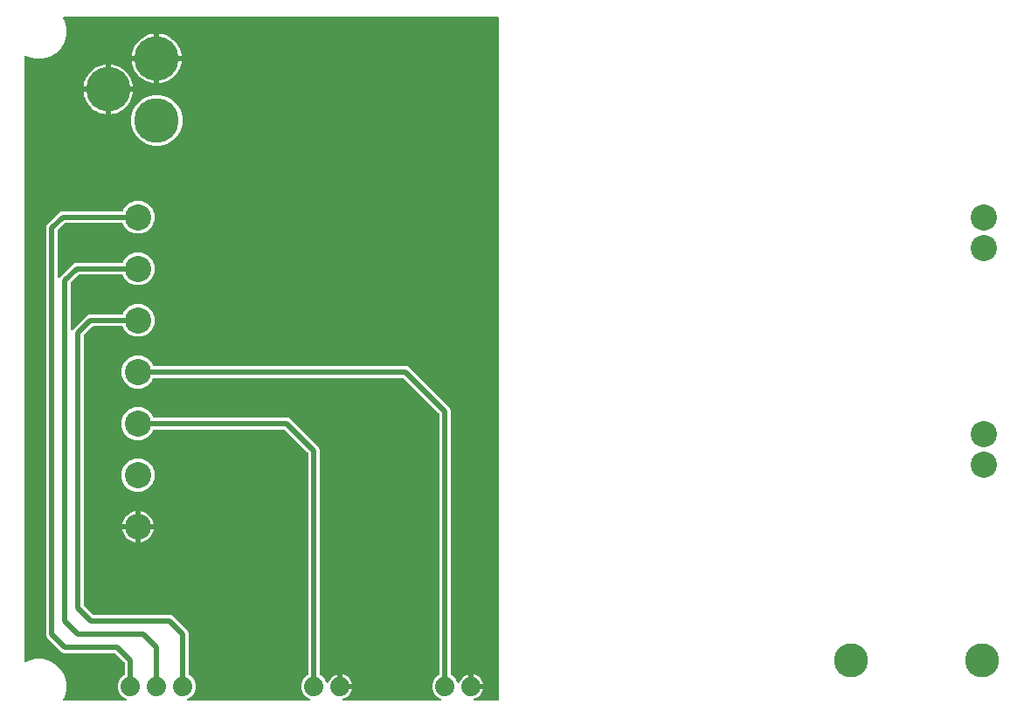
<source format=gtl>
G04 EAGLE Gerber RS-274X export*
G75*
%MOMM*%
%FSLAX34Y34*%
%LPD*%
%INTop Copper*%
%IPPOS*%
%AMOC8*
5,1,8,0,0,1.08239X$1,22.5*%
G01*
%ADD10C,2.540000*%
%ADD11C,4.318000*%
%ADD12C,1.879600*%
%ADD13C,3.302000*%
%ADD14C,0.508000*%

G36*
X109188Y11439D02*
X109188Y11439D01*
X109258Y11438D01*
X109345Y11459D01*
X109435Y11471D01*
X109499Y11496D01*
X109567Y11513D01*
X109647Y11555D01*
X109730Y11588D01*
X109787Y11629D01*
X109848Y11661D01*
X109915Y11722D01*
X109988Y11774D01*
X110032Y11828D01*
X110084Y11875D01*
X110133Y11950D01*
X110190Y12019D01*
X110220Y12083D01*
X110258Y12141D01*
X110288Y12226D01*
X110326Y12307D01*
X110339Y12376D01*
X110362Y12442D01*
X110369Y12531D01*
X110386Y12619D01*
X110381Y12689D01*
X110387Y12759D01*
X110371Y12847D01*
X110366Y12937D01*
X110344Y13003D01*
X110332Y13072D01*
X110296Y13154D01*
X110268Y13239D01*
X110231Y13298D01*
X110202Y13362D01*
X110146Y13432D01*
X110098Y13508D01*
X110047Y13556D01*
X110003Y13610D01*
X109932Y13665D01*
X109866Y13726D01*
X109805Y13760D01*
X109749Y13802D01*
X109605Y13873D01*
X107250Y14848D01*
X103748Y18350D01*
X101853Y22924D01*
X101853Y27876D01*
X103748Y32450D01*
X107250Y35952D01*
X107928Y36233D01*
X107953Y36247D01*
X107981Y36257D01*
X108091Y36326D01*
X108204Y36390D01*
X108225Y36411D01*
X108250Y36427D01*
X108339Y36521D01*
X108432Y36612D01*
X108448Y36637D01*
X108468Y36658D01*
X108531Y36772D01*
X108599Y36883D01*
X108607Y36911D01*
X108622Y36937D01*
X108654Y37063D01*
X108692Y37187D01*
X108694Y37216D01*
X108701Y37245D01*
X108711Y37405D01*
X108711Y47959D01*
X108699Y48058D01*
X108696Y48157D01*
X108679Y48215D01*
X108671Y48275D01*
X108635Y48367D01*
X108607Y48462D01*
X108577Y48514D01*
X108554Y48571D01*
X108496Y48651D01*
X108446Y48736D01*
X108380Y48811D01*
X108368Y48828D01*
X108358Y48836D01*
X108340Y48857D01*
X99657Y57540D01*
X99579Y57600D01*
X99506Y57668D01*
X99453Y57697D01*
X99406Y57734D01*
X99315Y57774D01*
X99228Y57822D01*
X99169Y57837D01*
X99114Y57861D01*
X99016Y57876D01*
X98920Y57901D01*
X98820Y57907D01*
X98800Y57911D01*
X98787Y57909D01*
X98759Y57911D01*
X49688Y57911D01*
X47634Y58762D01*
X33362Y73034D01*
X32511Y75088D01*
X32511Y471012D01*
X33362Y473066D01*
X45234Y484938D01*
X47288Y485789D01*
X105921Y485789D01*
X105950Y485792D01*
X105979Y485790D01*
X106107Y485812D01*
X106236Y485829D01*
X106263Y485839D01*
X106293Y485844D01*
X106411Y485898D01*
X106532Y485946D01*
X106556Y485963D01*
X106583Y485975D01*
X106684Y486056D01*
X106789Y486132D01*
X106808Y486155D01*
X106831Y486174D01*
X106909Y486277D01*
X106992Y486377D01*
X107005Y486404D01*
X107022Y486428D01*
X107093Y486572D01*
X108149Y489121D01*
X112579Y493551D01*
X118367Y495949D01*
X124633Y495949D01*
X130421Y493551D01*
X134851Y489121D01*
X137249Y483333D01*
X137249Y477067D01*
X134851Y471279D01*
X130421Y466849D01*
X124633Y464451D01*
X118367Y464451D01*
X112579Y466849D01*
X108149Y471279D01*
X107093Y473828D01*
X107079Y473853D01*
X107069Y473881D01*
X107000Y473991D01*
X106936Y474104D01*
X106915Y474125D01*
X106899Y474150D01*
X106805Y474239D01*
X106714Y474332D01*
X106689Y474348D01*
X106668Y474368D01*
X106554Y474431D01*
X106443Y474499D01*
X106415Y474507D01*
X106389Y474522D01*
X106263Y474554D01*
X106139Y474592D01*
X106110Y474594D01*
X106081Y474601D01*
X105921Y474611D01*
X51241Y474611D01*
X51142Y474599D01*
X51043Y474596D01*
X50985Y474579D01*
X50925Y474571D01*
X50833Y474535D01*
X50738Y474507D01*
X50686Y474477D01*
X50629Y474454D01*
X50549Y474396D01*
X50464Y474346D01*
X50389Y474280D01*
X50372Y474268D01*
X50364Y474258D01*
X50343Y474240D01*
X44060Y467957D01*
X44000Y467879D01*
X43932Y467806D01*
X43903Y467753D01*
X43866Y467706D01*
X43826Y467615D01*
X43778Y467528D01*
X43763Y467469D01*
X43739Y467414D01*
X43724Y467316D01*
X43699Y467220D01*
X43693Y467120D01*
X43689Y467100D01*
X43691Y467087D01*
X43689Y467059D01*
X43689Y422917D01*
X43698Y422847D01*
X43696Y422777D01*
X43717Y422690D01*
X43729Y422601D01*
X43754Y422536D01*
X43771Y422468D01*
X43813Y422389D01*
X43846Y422306D01*
X43887Y422249D01*
X43920Y422187D01*
X43980Y422121D01*
X44032Y422048D01*
X44086Y422004D01*
X44134Y421952D01*
X44208Y421903D01*
X44277Y421845D01*
X44341Y421816D01*
X44399Y421777D01*
X44484Y421748D01*
X44565Y421710D01*
X44634Y421697D01*
X44700Y421674D01*
X44790Y421667D01*
X44877Y421650D01*
X44947Y421654D01*
X45017Y421649D01*
X45106Y421664D01*
X45195Y421670D01*
X45261Y421691D01*
X45331Y421703D01*
X45412Y421740D01*
X45497Y421768D01*
X45557Y421805D01*
X45620Y421834D01*
X45690Y421890D01*
X45766Y421938D01*
X45814Y421989D01*
X45869Y422033D01*
X45923Y422104D01*
X45984Y422170D01*
X46006Y422210D01*
X58734Y434938D01*
X60788Y435789D01*
X105921Y435789D01*
X105950Y435792D01*
X105979Y435790D01*
X106107Y435812D01*
X106236Y435829D01*
X106263Y435839D01*
X106293Y435844D01*
X106411Y435898D01*
X106532Y435946D01*
X106556Y435963D01*
X106583Y435975D01*
X106684Y436056D01*
X106789Y436132D01*
X106808Y436155D01*
X106831Y436174D01*
X106909Y436277D01*
X106992Y436377D01*
X107005Y436404D01*
X107022Y436428D01*
X107093Y436572D01*
X108149Y439121D01*
X112579Y443551D01*
X118367Y445949D01*
X124633Y445949D01*
X130421Y443551D01*
X134851Y439121D01*
X137249Y433333D01*
X137249Y427067D01*
X134851Y421279D01*
X130421Y416849D01*
X124633Y414451D01*
X118367Y414451D01*
X112579Y416849D01*
X108149Y421279D01*
X107093Y423828D01*
X107079Y423853D01*
X107069Y423881D01*
X107000Y423991D01*
X106936Y424104D01*
X106915Y424125D01*
X106899Y424150D01*
X106805Y424239D01*
X106714Y424332D01*
X106689Y424348D01*
X106668Y424368D01*
X106554Y424431D01*
X106443Y424499D01*
X106415Y424507D01*
X106389Y424522D01*
X106263Y424554D01*
X106139Y424592D01*
X106110Y424594D01*
X106081Y424601D01*
X105921Y424611D01*
X64741Y424611D01*
X64642Y424599D01*
X64543Y424596D01*
X64485Y424579D01*
X64425Y424571D01*
X64333Y424535D01*
X64238Y424507D01*
X64186Y424477D01*
X64129Y424454D01*
X64049Y424396D01*
X63964Y424346D01*
X63889Y424280D01*
X63872Y424268D01*
X63864Y424258D01*
X63843Y424240D01*
X56760Y417157D01*
X56700Y417079D01*
X56632Y417006D01*
X56603Y416953D01*
X56566Y416906D01*
X56526Y416815D01*
X56478Y416728D01*
X56463Y416669D01*
X56439Y416614D01*
X56424Y416516D01*
X56399Y416420D01*
X56393Y416320D01*
X56389Y416300D01*
X56391Y416287D01*
X56389Y416259D01*
X56389Y372117D01*
X56398Y372047D01*
X56396Y371978D01*
X56417Y371890D01*
X56429Y371801D01*
X56454Y371736D01*
X56471Y371668D01*
X56513Y371589D01*
X56546Y371506D01*
X56587Y371449D01*
X56619Y371387D01*
X56680Y371321D01*
X56732Y371248D01*
X56786Y371204D01*
X56833Y371152D01*
X56908Y371103D01*
X56977Y371045D01*
X57041Y371016D01*
X57099Y370977D01*
X57184Y370948D01*
X57265Y370910D01*
X57334Y370897D01*
X57400Y370874D01*
X57489Y370867D01*
X57577Y370850D01*
X57647Y370855D01*
X57717Y370849D01*
X57805Y370864D01*
X57895Y370870D01*
X57961Y370891D01*
X58030Y370903D01*
X58112Y370940D01*
X58197Y370968D01*
X58256Y371005D01*
X58320Y371034D01*
X58390Y371090D01*
X58466Y371138D01*
X58514Y371189D01*
X58569Y371233D01*
X58623Y371304D01*
X58684Y371370D01*
X58706Y371410D01*
X72234Y384938D01*
X74288Y385789D01*
X105921Y385789D01*
X105950Y385792D01*
X105979Y385790D01*
X106107Y385812D01*
X106236Y385829D01*
X106263Y385839D01*
X106293Y385844D01*
X106411Y385898D01*
X106532Y385946D01*
X106556Y385963D01*
X106583Y385975D01*
X106684Y386056D01*
X106789Y386132D01*
X106808Y386155D01*
X106831Y386174D01*
X106909Y386277D01*
X106992Y386377D01*
X107005Y386404D01*
X107022Y386428D01*
X107093Y386572D01*
X108149Y389121D01*
X112579Y393551D01*
X118367Y395949D01*
X124633Y395949D01*
X130421Y393551D01*
X134851Y389121D01*
X137249Y383333D01*
X137249Y377067D01*
X134851Y371279D01*
X130421Y366849D01*
X124633Y364451D01*
X118367Y364451D01*
X112579Y366849D01*
X108149Y371279D01*
X107093Y373828D01*
X107079Y373853D01*
X107069Y373881D01*
X107000Y373991D01*
X106936Y374104D01*
X106915Y374125D01*
X106899Y374150D01*
X106805Y374239D01*
X106714Y374332D01*
X106689Y374348D01*
X106668Y374368D01*
X106554Y374431D01*
X106443Y374499D01*
X106415Y374507D01*
X106389Y374522D01*
X106263Y374554D01*
X106139Y374592D01*
X106110Y374594D01*
X106081Y374601D01*
X105921Y374611D01*
X78241Y374611D01*
X78142Y374599D01*
X78043Y374596D01*
X77985Y374579D01*
X77925Y374571D01*
X77833Y374535D01*
X77738Y374507D01*
X77686Y374477D01*
X77629Y374454D01*
X77549Y374396D01*
X77464Y374346D01*
X77389Y374280D01*
X77372Y374268D01*
X77364Y374258D01*
X77343Y374240D01*
X69460Y366357D01*
X69400Y366279D01*
X69332Y366206D01*
X69303Y366153D01*
X69266Y366106D01*
X69226Y366015D01*
X69178Y365928D01*
X69163Y365869D01*
X69139Y365814D01*
X69124Y365716D01*
X69099Y365620D01*
X69093Y365520D01*
X69089Y365500D01*
X69091Y365487D01*
X69089Y365459D01*
X69089Y104441D01*
X69101Y104342D01*
X69104Y104243D01*
X69121Y104185D01*
X69129Y104125D01*
X69165Y104033D01*
X69193Y103938D01*
X69223Y103886D01*
X69246Y103829D01*
X69304Y103749D01*
X69354Y103664D01*
X69420Y103589D01*
X69432Y103572D01*
X69442Y103564D01*
X69460Y103543D01*
X78143Y94860D01*
X78221Y94800D01*
X78294Y94732D01*
X78347Y94703D01*
X78394Y94666D01*
X78485Y94626D01*
X78572Y94578D01*
X78631Y94563D01*
X78686Y94539D01*
X78784Y94524D01*
X78880Y94499D01*
X78980Y94493D01*
X79000Y94489D01*
X79013Y94491D01*
X79041Y94489D01*
X153512Y94489D01*
X155566Y93638D01*
X169838Y79366D01*
X170689Y77312D01*
X170689Y37405D01*
X170692Y37376D01*
X170690Y37347D01*
X170712Y37219D01*
X170729Y37090D01*
X170739Y37062D01*
X170744Y37033D01*
X170798Y36915D01*
X170846Y36794D01*
X170863Y36770D01*
X170875Y36743D01*
X170956Y36642D01*
X171032Y36537D01*
X171055Y36518D01*
X171074Y36495D01*
X171177Y36417D01*
X171277Y36334D01*
X171304Y36321D01*
X171328Y36304D01*
X171472Y36233D01*
X172151Y35952D01*
X175652Y32450D01*
X177547Y27876D01*
X177547Y22924D01*
X175652Y18350D01*
X172150Y14848D01*
X169795Y13873D01*
X169735Y13838D01*
X169670Y13812D01*
X169597Y13760D01*
X169519Y13715D01*
X169469Y13667D01*
X169412Y13626D01*
X169355Y13556D01*
X169291Y13494D01*
X169254Y13434D01*
X169210Y13381D01*
X169171Y13299D01*
X169124Y13223D01*
X169104Y13156D01*
X169074Y13093D01*
X169057Y13005D01*
X169031Y12919D01*
X169027Y12849D01*
X169014Y12780D01*
X169020Y12691D01*
X169016Y12601D01*
X169030Y12533D01*
X169034Y12463D01*
X169062Y12378D01*
X169080Y12290D01*
X169111Y12227D01*
X169132Y12161D01*
X169180Y12085D01*
X169220Y12004D01*
X169265Y11951D01*
X169302Y11892D01*
X169368Y11830D01*
X169426Y11762D01*
X169483Y11722D01*
X169534Y11674D01*
X169613Y11631D01*
X169686Y11579D01*
X169751Y11554D01*
X169812Y11520D01*
X169899Y11498D01*
X169983Y11466D01*
X170053Y11458D01*
X170120Y11441D01*
X170281Y11431D01*
X286919Y11431D01*
X286988Y11439D01*
X287058Y11438D01*
X287145Y11459D01*
X287235Y11471D01*
X287299Y11496D01*
X287367Y11513D01*
X287447Y11555D01*
X287530Y11588D01*
X287587Y11629D01*
X287648Y11661D01*
X287715Y11722D01*
X287788Y11774D01*
X287832Y11828D01*
X287884Y11875D01*
X287933Y11950D01*
X287990Y12019D01*
X288020Y12083D01*
X288058Y12141D01*
X288088Y12226D01*
X288126Y12307D01*
X288139Y12376D01*
X288162Y12442D01*
X288169Y12531D01*
X288186Y12619D01*
X288181Y12689D01*
X288187Y12759D01*
X288172Y12847D01*
X288166Y12937D01*
X288144Y13003D01*
X288133Y13072D01*
X288096Y13154D01*
X288068Y13239D01*
X288031Y13298D01*
X288002Y13362D01*
X287946Y13432D01*
X287898Y13508D01*
X287847Y13556D01*
X287803Y13610D01*
X287732Y13665D01*
X287666Y13726D01*
X287605Y13760D01*
X287549Y13802D01*
X287405Y13873D01*
X285050Y14848D01*
X281548Y18350D01*
X279653Y22924D01*
X279653Y27876D01*
X281548Y32450D01*
X285049Y35952D01*
X285728Y36233D01*
X285753Y36247D01*
X285781Y36256D01*
X285891Y36326D01*
X286004Y36390D01*
X286025Y36411D01*
X286050Y36427D01*
X286139Y36521D01*
X286232Y36612D01*
X286248Y36637D01*
X286268Y36658D01*
X286331Y36772D01*
X286399Y36883D01*
X286407Y36911D01*
X286422Y36937D01*
X286454Y37062D01*
X286492Y37187D01*
X286494Y37216D01*
X286501Y37245D01*
X286511Y37405D01*
X286511Y251159D01*
X286499Y251258D01*
X286496Y251357D01*
X286479Y251415D01*
X286471Y251475D01*
X286435Y251567D01*
X286407Y251662D01*
X286377Y251714D01*
X286354Y251771D01*
X286296Y251851D01*
X286246Y251936D01*
X286180Y252011D01*
X286168Y252028D01*
X286158Y252036D01*
X286140Y252057D01*
X263957Y274240D01*
X263879Y274300D01*
X263806Y274368D01*
X263753Y274397D01*
X263706Y274434D01*
X263615Y274474D01*
X263528Y274522D01*
X263469Y274537D01*
X263414Y274561D01*
X263316Y274576D01*
X263220Y274601D01*
X263120Y274607D01*
X263100Y274611D01*
X263087Y274609D01*
X263059Y274611D01*
X137079Y274611D01*
X137050Y274608D01*
X137021Y274610D01*
X136893Y274588D01*
X136764Y274571D01*
X136737Y274561D01*
X136707Y274556D01*
X136589Y274502D01*
X136468Y274454D01*
X136444Y274437D01*
X136417Y274425D01*
X136316Y274344D01*
X136211Y274268D01*
X136192Y274245D01*
X136169Y274226D01*
X136091Y274123D01*
X136008Y274023D01*
X135995Y273996D01*
X135978Y273972D01*
X135907Y273828D01*
X134851Y271279D01*
X130421Y266849D01*
X124633Y264451D01*
X118367Y264451D01*
X112579Y266849D01*
X108149Y271279D01*
X105751Y277067D01*
X105751Y283333D01*
X108149Y289121D01*
X112579Y293551D01*
X118367Y295949D01*
X124633Y295949D01*
X130421Y293551D01*
X134851Y289121D01*
X135907Y286572D01*
X135921Y286547D01*
X135931Y286519D01*
X136000Y286409D01*
X136064Y286296D01*
X136085Y286275D01*
X136101Y286250D01*
X136195Y286161D01*
X136286Y286068D01*
X136311Y286052D01*
X136332Y286032D01*
X136446Y285969D01*
X136557Y285901D01*
X136585Y285893D01*
X136611Y285878D01*
X136737Y285846D01*
X136861Y285808D01*
X136890Y285806D01*
X136919Y285799D01*
X137079Y285789D01*
X267012Y285789D01*
X269066Y284938D01*
X296838Y257166D01*
X297689Y255112D01*
X297689Y37405D01*
X297692Y37376D01*
X297690Y37347D01*
X297712Y37219D01*
X297729Y37090D01*
X297739Y37062D01*
X297744Y37033D01*
X297798Y36915D01*
X297846Y36794D01*
X297863Y36770D01*
X297875Y36743D01*
X297956Y36642D01*
X298032Y36537D01*
X298055Y36518D01*
X298074Y36495D01*
X298177Y36417D01*
X298277Y36334D01*
X298304Y36321D01*
X298328Y36304D01*
X298472Y36233D01*
X299151Y35952D01*
X302652Y32450D01*
X303905Y29425D01*
X303920Y29399D01*
X303929Y29370D01*
X303999Y29261D01*
X304063Y29148D01*
X304084Y29127D01*
X304100Y29102D01*
X304194Y29013D01*
X304284Y28920D01*
X304310Y28904D01*
X304331Y28884D01*
X304445Y28821D01*
X304555Y28754D01*
X304584Y28745D01*
X304610Y28731D01*
X304735Y28698D01*
X304859Y28660D01*
X304889Y28659D01*
X304918Y28651D01*
X305048Y28651D01*
X305177Y28645D01*
X305206Y28651D01*
X305236Y28651D01*
X305361Y28683D01*
X305488Y28709D01*
X305515Y28722D01*
X305544Y28730D01*
X305657Y28792D01*
X305774Y28849D01*
X305797Y28868D01*
X305823Y28883D01*
X305917Y28971D01*
X306016Y29055D01*
X306033Y29080D01*
X306055Y29100D01*
X306124Y29209D01*
X306199Y29315D01*
X306210Y29343D01*
X306226Y29369D01*
X306285Y29518D01*
X306436Y29983D01*
X307289Y31657D01*
X308394Y33178D01*
X309722Y34506D01*
X311243Y35611D01*
X312917Y36464D01*
X314704Y37045D01*
X314961Y37085D01*
X314961Y26670D01*
X314976Y26552D01*
X314983Y26433D01*
X314996Y26395D01*
X315001Y26355D01*
X315044Y26244D01*
X315081Y26131D01*
X315103Y26097D01*
X315118Y26059D01*
X315188Y25963D01*
X315251Y25862D01*
X315281Y25834D01*
X315304Y25802D01*
X315396Y25726D01*
X315483Y25644D01*
X315518Y25625D01*
X315549Y25599D01*
X315657Y25548D01*
X315761Y25491D01*
X315801Y25480D01*
X315837Y25463D01*
X315954Y25441D01*
X316069Y25411D01*
X316130Y25407D01*
X316150Y25403D01*
X316170Y25405D01*
X316230Y25401D01*
X317501Y25401D01*
X317501Y24130D01*
X317516Y24012D01*
X317523Y23893D01*
X317536Y23855D01*
X317541Y23814D01*
X317585Y23704D01*
X317621Y23591D01*
X317643Y23556D01*
X317658Y23519D01*
X317728Y23423D01*
X317791Y23322D01*
X317821Y23294D01*
X317845Y23261D01*
X317936Y23186D01*
X318023Y23104D01*
X318058Y23084D01*
X318090Y23059D01*
X318197Y23008D01*
X318302Y22950D01*
X318341Y22940D01*
X318377Y22923D01*
X318494Y22901D01*
X318609Y22871D01*
X318670Y22867D01*
X318690Y22863D01*
X318710Y22865D01*
X318770Y22861D01*
X329185Y22861D01*
X329145Y22604D01*
X328564Y20817D01*
X327711Y19143D01*
X326606Y17622D01*
X325278Y16294D01*
X323757Y15189D01*
X322083Y14336D01*
X320763Y13907D01*
X320655Y13856D01*
X320544Y13812D01*
X320512Y13789D01*
X320475Y13772D01*
X320383Y13696D01*
X320287Y13626D01*
X320261Y13595D01*
X320230Y13569D01*
X320160Y13473D01*
X320084Y13381D01*
X320067Y13344D01*
X320043Y13312D01*
X319999Y13201D01*
X319948Y13093D01*
X319941Y13053D01*
X319926Y13016D01*
X319911Y12898D01*
X319889Y12780D01*
X319891Y12740D01*
X319886Y12701D01*
X319901Y12582D01*
X319908Y12463D01*
X319921Y12425D01*
X319926Y12385D01*
X319970Y12274D01*
X320006Y12161D01*
X320028Y12127D01*
X320043Y12089D01*
X320113Y11993D01*
X320176Y11892D01*
X320206Y11864D01*
X320229Y11832D01*
X320321Y11756D01*
X320408Y11674D01*
X320443Y11655D01*
X320474Y11629D01*
X320582Y11578D01*
X320687Y11520D01*
X320725Y11510D01*
X320762Y11493D01*
X320879Y11471D01*
X320995Y11441D01*
X321054Y11437D01*
X321074Y11433D01*
X321095Y11435D01*
X321155Y11431D01*
X413919Y11431D01*
X413988Y11439D01*
X414058Y11438D01*
X414145Y11459D01*
X414235Y11471D01*
X414299Y11496D01*
X414367Y11513D01*
X414447Y11555D01*
X414530Y11588D01*
X414587Y11629D01*
X414648Y11661D01*
X414715Y11722D01*
X414788Y11774D01*
X414832Y11828D01*
X414884Y11875D01*
X414933Y11950D01*
X414990Y12019D01*
X415020Y12083D01*
X415058Y12141D01*
X415088Y12226D01*
X415126Y12307D01*
X415139Y12376D01*
X415162Y12442D01*
X415169Y12531D01*
X415186Y12619D01*
X415181Y12689D01*
X415187Y12759D01*
X415172Y12847D01*
X415166Y12937D01*
X415144Y13003D01*
X415133Y13072D01*
X415096Y13154D01*
X415068Y13239D01*
X415031Y13298D01*
X415002Y13362D01*
X414946Y13432D01*
X414898Y13508D01*
X414847Y13556D01*
X414803Y13610D01*
X414732Y13665D01*
X414666Y13726D01*
X414605Y13760D01*
X414549Y13802D01*
X414405Y13873D01*
X412050Y14848D01*
X408548Y18350D01*
X406653Y22924D01*
X406653Y27876D01*
X408548Y32450D01*
X412049Y35952D01*
X412728Y36233D01*
X412753Y36247D01*
X412781Y36256D01*
X412891Y36326D01*
X413004Y36390D01*
X413025Y36411D01*
X413050Y36427D01*
X413139Y36521D01*
X413232Y36612D01*
X413248Y36637D01*
X413268Y36658D01*
X413331Y36772D01*
X413399Y36883D01*
X413407Y36911D01*
X413422Y36937D01*
X413454Y37062D01*
X413492Y37187D01*
X413494Y37216D01*
X413501Y37245D01*
X413511Y37405D01*
X413511Y289259D01*
X413499Y289358D01*
X413496Y289457D01*
X413479Y289515D01*
X413471Y289575D01*
X413435Y289667D01*
X413407Y289762D01*
X413377Y289814D01*
X413354Y289871D01*
X413296Y289951D01*
X413246Y290036D01*
X413180Y290111D01*
X413168Y290128D01*
X413158Y290136D01*
X413140Y290157D01*
X379057Y324240D01*
X378979Y324300D01*
X378906Y324368D01*
X378853Y324397D01*
X378806Y324434D01*
X378715Y324474D01*
X378628Y324522D01*
X378569Y324537D01*
X378514Y324561D01*
X378416Y324576D01*
X378320Y324601D01*
X378220Y324607D01*
X378200Y324611D01*
X378187Y324609D01*
X378159Y324611D01*
X137079Y324611D01*
X137050Y324608D01*
X137021Y324610D01*
X136893Y324588D01*
X136764Y324571D01*
X136737Y324561D01*
X136707Y324556D01*
X136589Y324502D01*
X136468Y324454D01*
X136444Y324437D01*
X136417Y324425D01*
X136316Y324344D01*
X136211Y324268D01*
X136192Y324245D01*
X136169Y324226D01*
X136091Y324123D01*
X136008Y324023D01*
X135995Y323996D01*
X135978Y323972D01*
X135907Y323828D01*
X134851Y321279D01*
X130421Y316849D01*
X124633Y314451D01*
X118367Y314451D01*
X112579Y316849D01*
X108149Y321279D01*
X105751Y327067D01*
X105751Y333333D01*
X108149Y339121D01*
X112579Y343551D01*
X118367Y345949D01*
X124633Y345949D01*
X130421Y343551D01*
X134851Y339121D01*
X135907Y336572D01*
X135921Y336547D01*
X135931Y336519D01*
X136000Y336409D01*
X136064Y336296D01*
X136085Y336275D01*
X136101Y336250D01*
X136195Y336161D01*
X136286Y336068D01*
X136311Y336052D01*
X136332Y336032D01*
X136446Y335969D01*
X136557Y335901D01*
X136585Y335893D01*
X136611Y335878D01*
X136737Y335846D01*
X136861Y335808D01*
X136890Y335806D01*
X136919Y335799D01*
X137079Y335789D01*
X382112Y335789D01*
X384166Y334938D01*
X423838Y295266D01*
X424689Y293212D01*
X424689Y37405D01*
X424692Y37376D01*
X424690Y37347D01*
X424712Y37219D01*
X424729Y37090D01*
X424739Y37062D01*
X424744Y37033D01*
X424798Y36915D01*
X424846Y36794D01*
X424863Y36770D01*
X424875Y36743D01*
X424956Y36642D01*
X425032Y36537D01*
X425055Y36518D01*
X425074Y36495D01*
X425177Y36417D01*
X425277Y36334D01*
X425304Y36321D01*
X425328Y36304D01*
X425472Y36233D01*
X426151Y35952D01*
X429652Y32450D01*
X430905Y29425D01*
X430920Y29399D01*
X430929Y29370D01*
X430999Y29261D01*
X431063Y29148D01*
X431084Y29127D01*
X431100Y29102D01*
X431194Y29013D01*
X431284Y28920D01*
X431310Y28904D01*
X431331Y28884D01*
X431445Y28821D01*
X431555Y28754D01*
X431584Y28745D01*
X431610Y28731D01*
X431735Y28698D01*
X431859Y28660D01*
X431889Y28659D01*
X431918Y28651D01*
X432048Y28651D01*
X432177Y28645D01*
X432206Y28651D01*
X432236Y28651D01*
X432361Y28683D01*
X432488Y28709D01*
X432515Y28722D01*
X432544Y28730D01*
X432657Y28792D01*
X432774Y28849D01*
X432797Y28868D01*
X432823Y28883D01*
X432917Y28971D01*
X433016Y29055D01*
X433033Y29080D01*
X433055Y29100D01*
X433124Y29209D01*
X433199Y29315D01*
X433210Y29343D01*
X433226Y29369D01*
X433285Y29518D01*
X433436Y29983D01*
X434289Y31657D01*
X435394Y33178D01*
X436722Y34506D01*
X438243Y35611D01*
X439917Y36464D01*
X441704Y37045D01*
X441961Y37085D01*
X441961Y26670D01*
X441976Y26552D01*
X441983Y26433D01*
X441996Y26395D01*
X442001Y26355D01*
X442044Y26244D01*
X442081Y26131D01*
X442103Y26097D01*
X442118Y26059D01*
X442188Y25963D01*
X442251Y25862D01*
X442281Y25834D01*
X442304Y25802D01*
X442396Y25726D01*
X442483Y25644D01*
X442518Y25625D01*
X442549Y25599D01*
X442657Y25548D01*
X442761Y25491D01*
X442801Y25480D01*
X442837Y25463D01*
X442954Y25441D01*
X443069Y25411D01*
X443130Y25407D01*
X443150Y25403D01*
X443170Y25405D01*
X443230Y25401D01*
X444501Y25401D01*
X444501Y24130D01*
X444516Y24012D01*
X444523Y23893D01*
X444536Y23855D01*
X444541Y23814D01*
X444585Y23704D01*
X444621Y23591D01*
X444643Y23556D01*
X444658Y23519D01*
X444728Y23423D01*
X444791Y23322D01*
X444821Y23294D01*
X444845Y23261D01*
X444936Y23186D01*
X445023Y23104D01*
X445058Y23084D01*
X445090Y23059D01*
X445197Y23008D01*
X445302Y22950D01*
X445341Y22940D01*
X445377Y22923D01*
X445494Y22901D01*
X445609Y22871D01*
X445670Y22867D01*
X445690Y22863D01*
X445710Y22865D01*
X445770Y22861D01*
X456185Y22861D01*
X456145Y22604D01*
X455564Y20817D01*
X454711Y19143D01*
X453606Y17622D01*
X452278Y16294D01*
X450757Y15189D01*
X449083Y14336D01*
X447763Y13907D01*
X447655Y13856D01*
X447544Y13812D01*
X447512Y13789D01*
X447475Y13772D01*
X447383Y13696D01*
X447287Y13626D01*
X447261Y13595D01*
X447230Y13569D01*
X447160Y13473D01*
X447084Y13381D01*
X447067Y13344D01*
X447043Y13312D01*
X446999Y13201D01*
X446948Y13093D01*
X446941Y13053D01*
X446926Y13016D01*
X446911Y12898D01*
X446889Y12780D01*
X446891Y12740D01*
X446886Y12701D01*
X446901Y12582D01*
X446908Y12463D01*
X446921Y12425D01*
X446926Y12385D01*
X446970Y12274D01*
X447006Y12161D01*
X447028Y12127D01*
X447043Y12089D01*
X447113Y11993D01*
X447176Y11892D01*
X447206Y11864D01*
X447229Y11832D01*
X447321Y11756D01*
X447408Y11674D01*
X447443Y11655D01*
X447474Y11629D01*
X447582Y11578D01*
X447687Y11520D01*
X447725Y11510D01*
X447762Y11493D01*
X447879Y11471D01*
X447995Y11441D01*
X448054Y11437D01*
X448074Y11433D01*
X448095Y11435D01*
X448155Y11431D01*
X469900Y11431D01*
X470018Y11446D01*
X470137Y11453D01*
X470175Y11466D01*
X470216Y11471D01*
X470326Y11514D01*
X470439Y11551D01*
X470474Y11573D01*
X470511Y11588D01*
X470607Y11657D01*
X470708Y11721D01*
X470736Y11751D01*
X470769Y11774D01*
X470845Y11866D01*
X470926Y11953D01*
X470946Y11988D01*
X470971Y12019D01*
X471022Y12127D01*
X471080Y12231D01*
X471090Y12271D01*
X471107Y12307D01*
X471129Y12424D01*
X471159Y12539D01*
X471163Y12599D01*
X471167Y12619D01*
X471165Y12640D01*
X471169Y12700D01*
X471169Y673100D01*
X471154Y673218D01*
X471147Y673337D01*
X471134Y673375D01*
X471129Y673416D01*
X471086Y673526D01*
X471049Y673639D01*
X471027Y673674D01*
X471012Y673711D01*
X470943Y673807D01*
X470879Y673908D01*
X470849Y673936D01*
X470826Y673969D01*
X470734Y674045D01*
X470647Y674126D01*
X470612Y674146D01*
X470581Y674171D01*
X470473Y674222D01*
X470369Y674280D01*
X470329Y674290D01*
X470293Y674307D01*
X470176Y674329D01*
X470061Y674359D01*
X470001Y674363D01*
X469981Y674367D01*
X469960Y674365D01*
X469900Y674369D01*
X50330Y674369D01*
X50199Y674353D01*
X50067Y674342D01*
X50041Y674333D01*
X50014Y674329D01*
X49891Y674281D01*
X49766Y674237D01*
X49744Y674222D01*
X49719Y674212D01*
X49612Y674135D01*
X49501Y674061D01*
X49483Y674041D01*
X49461Y674026D01*
X49377Y673924D01*
X49288Y673825D01*
X49276Y673801D01*
X49259Y673781D01*
X49202Y673661D01*
X49141Y673544D01*
X49135Y673517D01*
X49123Y673493D01*
X49098Y673363D01*
X49068Y673234D01*
X49068Y673207D01*
X49063Y673181D01*
X49071Y673049D01*
X49074Y672916D01*
X49081Y672890D01*
X49083Y672863D01*
X49124Y672737D01*
X49159Y672610D01*
X49176Y672575D01*
X49181Y672561D01*
X49193Y672542D01*
X49231Y672465D01*
X50253Y670695D01*
X52071Y663911D01*
X52071Y656889D01*
X50253Y650105D01*
X46742Y644024D01*
X41776Y639058D01*
X35695Y635547D01*
X28911Y633729D01*
X21889Y633729D01*
X15105Y635547D01*
X13335Y636569D01*
X13213Y636621D01*
X13093Y636677D01*
X13066Y636682D01*
X13041Y636693D01*
X12910Y636712D01*
X12780Y636737D01*
X12754Y636735D01*
X12727Y636739D01*
X12595Y636725D01*
X12463Y636717D01*
X12437Y636709D01*
X12411Y636706D01*
X12287Y636660D01*
X12161Y636619D01*
X12138Y636605D01*
X12112Y636595D01*
X12004Y636520D01*
X11892Y636449D01*
X11873Y636429D01*
X11851Y636414D01*
X11765Y636314D01*
X11674Y636217D01*
X11661Y636194D01*
X11643Y636173D01*
X11584Y636055D01*
X11520Y635939D01*
X11514Y635913D01*
X11502Y635888D01*
X11474Y635759D01*
X11441Y635631D01*
X11439Y635593D01*
X11435Y635577D01*
X11436Y635555D01*
X11431Y635470D01*
X11431Y50330D01*
X11447Y50199D01*
X11458Y50067D01*
X11467Y50041D01*
X11471Y50014D01*
X11519Y49892D01*
X11563Y49766D01*
X11578Y49744D01*
X11588Y49719D01*
X11665Y49612D01*
X11739Y49501D01*
X11759Y49483D01*
X11774Y49461D01*
X11877Y49377D01*
X11975Y49288D01*
X11999Y49276D01*
X12019Y49259D01*
X12139Y49202D01*
X12256Y49141D01*
X12283Y49135D01*
X12307Y49123D01*
X12437Y49098D01*
X12566Y49068D01*
X12593Y49068D01*
X12619Y49063D01*
X12751Y49071D01*
X12884Y49074D01*
X12910Y49081D01*
X12937Y49083D01*
X13063Y49124D01*
X13190Y49159D01*
X13225Y49176D01*
X13239Y49181D01*
X13258Y49193D01*
X13335Y49231D01*
X15105Y50253D01*
X21889Y52071D01*
X28911Y52071D01*
X35695Y50253D01*
X41776Y46742D01*
X46742Y41776D01*
X50253Y35695D01*
X52071Y28911D01*
X52071Y21889D01*
X50253Y15105D01*
X49231Y13335D01*
X49179Y13212D01*
X49123Y13093D01*
X49118Y13066D01*
X49107Y13041D01*
X49088Y12910D01*
X49063Y12780D01*
X49065Y12754D01*
X49061Y12727D01*
X49075Y12595D01*
X49083Y12463D01*
X49091Y12437D01*
X49094Y12411D01*
X49140Y12286D01*
X49181Y12161D01*
X49195Y12138D01*
X49205Y12112D01*
X49280Y12004D01*
X49351Y11892D01*
X49371Y11873D01*
X49386Y11851D01*
X49486Y11765D01*
X49583Y11674D01*
X49607Y11661D01*
X49627Y11643D01*
X49745Y11584D01*
X49861Y11520D01*
X49887Y11514D01*
X49912Y11502D01*
X50041Y11474D01*
X50169Y11441D01*
X50207Y11439D01*
X50223Y11435D01*
X50245Y11436D01*
X50330Y11431D01*
X109119Y11431D01*
X109188Y11439D01*
G37*
%LPC*%
G36*
X136456Y549561D02*
X136456Y549561D01*
X130190Y551240D01*
X124571Y554484D01*
X119984Y559071D01*
X116740Y564690D01*
X115061Y570956D01*
X115061Y577444D01*
X116740Y583710D01*
X119984Y589329D01*
X124571Y593916D01*
X130190Y597160D01*
X136456Y598839D01*
X142944Y598839D01*
X149210Y597160D01*
X154829Y593916D01*
X159416Y589329D01*
X162660Y583710D01*
X164339Y577444D01*
X164339Y570956D01*
X162660Y564690D01*
X159416Y559071D01*
X154829Y554484D01*
X149210Y551240D01*
X142944Y549561D01*
X136456Y549561D01*
G37*
%LPD*%
%LPC*%
G36*
X118367Y214451D02*
X118367Y214451D01*
X112579Y216849D01*
X108149Y221279D01*
X105751Y227067D01*
X105751Y233333D01*
X108149Y239121D01*
X112579Y243551D01*
X118367Y245949D01*
X124633Y245949D01*
X130421Y243551D01*
X134851Y239121D01*
X137249Y233333D01*
X137249Y227067D01*
X134851Y221279D01*
X130421Y216849D01*
X124633Y214451D01*
X118367Y214451D01*
G37*
%LPD*%
%LPC*%
G36*
X142239Y636739D02*
X142239Y636739D01*
X142239Y658197D01*
X143748Y658027D01*
X146391Y657424D01*
X148949Y656529D01*
X151391Y655353D01*
X153686Y653911D01*
X155805Y652221D01*
X157721Y650305D01*
X159411Y648186D01*
X160853Y645891D01*
X162029Y643449D01*
X162924Y640891D01*
X163527Y638248D01*
X163697Y636739D01*
X142239Y636739D01*
G37*
%LPD*%
%LPC*%
G36*
X95239Y606739D02*
X95239Y606739D01*
X95239Y628197D01*
X96748Y628027D01*
X99391Y627424D01*
X101949Y626529D01*
X104391Y625353D01*
X106686Y623911D01*
X108805Y622221D01*
X110721Y620305D01*
X112411Y618186D01*
X113853Y615891D01*
X115029Y613449D01*
X115924Y610891D01*
X116527Y608248D01*
X116697Y606739D01*
X95239Y606739D01*
G37*
%LPD*%
%LPC*%
G36*
X115703Y636739D02*
X115703Y636739D01*
X115873Y638248D01*
X116476Y640891D01*
X117371Y643449D01*
X118547Y645891D01*
X119989Y648186D01*
X121679Y650305D01*
X123595Y652221D01*
X125714Y653911D01*
X128009Y655353D01*
X130451Y656529D01*
X133009Y657424D01*
X135652Y658027D01*
X137161Y658197D01*
X137161Y636739D01*
X115703Y636739D01*
G37*
%LPD*%
%LPC*%
G36*
X142239Y631661D02*
X142239Y631661D01*
X163697Y631661D01*
X163527Y630152D01*
X162924Y627509D01*
X162029Y624951D01*
X160853Y622509D01*
X159411Y620214D01*
X157721Y618095D01*
X155805Y616179D01*
X153686Y614489D01*
X151391Y613047D01*
X148949Y611871D01*
X146391Y610976D01*
X143748Y610373D01*
X142239Y610203D01*
X142239Y631661D01*
G37*
%LPD*%
%LPC*%
G36*
X68703Y606739D02*
X68703Y606739D01*
X68873Y608248D01*
X69476Y610891D01*
X70371Y613449D01*
X71547Y615891D01*
X72989Y618186D01*
X74679Y620305D01*
X76595Y622221D01*
X78714Y623911D01*
X81009Y625353D01*
X83451Y626529D01*
X86009Y627424D01*
X88652Y628027D01*
X90161Y628197D01*
X90161Y606739D01*
X68703Y606739D01*
G37*
%LPD*%
%LPC*%
G36*
X95239Y601661D02*
X95239Y601661D01*
X116697Y601661D01*
X116527Y600152D01*
X115924Y597509D01*
X115029Y594951D01*
X113853Y592509D01*
X112411Y590214D01*
X110721Y588095D01*
X108805Y586179D01*
X106686Y584489D01*
X104391Y583047D01*
X101949Y581871D01*
X99391Y580976D01*
X96748Y580373D01*
X95239Y580203D01*
X95239Y601661D01*
G37*
%LPD*%
%LPC*%
G36*
X135652Y610373D02*
X135652Y610373D01*
X133009Y610976D01*
X130451Y611871D01*
X128009Y613047D01*
X125714Y614489D01*
X123595Y616179D01*
X121679Y618095D01*
X119989Y620214D01*
X118547Y622509D01*
X117371Y624951D01*
X116476Y627509D01*
X115873Y630152D01*
X115703Y631661D01*
X137161Y631661D01*
X137161Y610203D01*
X135652Y610373D01*
G37*
%LPD*%
%LPC*%
G36*
X88652Y580373D02*
X88652Y580373D01*
X86009Y580976D01*
X83451Y581871D01*
X81009Y583047D01*
X78714Y584489D01*
X76595Y586179D01*
X74679Y588095D01*
X72989Y590214D01*
X71547Y592509D01*
X70371Y594951D01*
X69476Y597509D01*
X68873Y600152D01*
X68703Y601661D01*
X90161Y601661D01*
X90161Y580203D01*
X88652Y580373D01*
G37*
%LPD*%
%LPC*%
G36*
X124039Y182739D02*
X124039Y182739D01*
X124039Y195238D01*
X124480Y195180D01*
X126410Y194663D01*
X128255Y193898D01*
X129985Y192899D01*
X131570Y191683D01*
X132983Y190270D01*
X134199Y188685D01*
X135198Y186955D01*
X135963Y185110D01*
X136480Y183180D01*
X136538Y182739D01*
X124039Y182739D01*
G37*
%LPD*%
%LPC*%
G36*
X106462Y182739D02*
X106462Y182739D01*
X106520Y183180D01*
X107037Y185110D01*
X107802Y186955D01*
X108801Y188685D01*
X110017Y190270D01*
X111430Y191683D01*
X113015Y192899D01*
X114745Y193898D01*
X116590Y194663D01*
X118520Y195180D01*
X118961Y195238D01*
X118961Y182739D01*
X106462Y182739D01*
G37*
%LPD*%
%LPC*%
G36*
X124039Y177661D02*
X124039Y177661D01*
X136538Y177661D01*
X136480Y177220D01*
X135963Y175290D01*
X135198Y173445D01*
X134199Y171715D01*
X132983Y170130D01*
X131570Y168717D01*
X129985Y167501D01*
X128255Y166502D01*
X126410Y165737D01*
X124480Y165220D01*
X124039Y165162D01*
X124039Y177661D01*
G37*
%LPD*%
%LPC*%
G36*
X118520Y165220D02*
X118520Y165220D01*
X116590Y165737D01*
X114745Y166502D01*
X113015Y167501D01*
X111430Y168717D01*
X110017Y170130D01*
X108801Y171715D01*
X107802Y173445D01*
X107037Y175290D01*
X106520Y177220D01*
X106462Y177661D01*
X118961Y177661D01*
X118961Y165162D01*
X118520Y165220D01*
G37*
%LPD*%
%LPC*%
G36*
X320039Y27939D02*
X320039Y27939D01*
X320039Y37085D01*
X320296Y37045D01*
X322083Y36464D01*
X323757Y35611D01*
X325278Y34506D01*
X326606Y33178D01*
X327711Y31657D01*
X328564Y29983D01*
X329145Y28196D01*
X329185Y27939D01*
X320039Y27939D01*
G37*
%LPD*%
%LPC*%
G36*
X447039Y27939D02*
X447039Y27939D01*
X447039Y37085D01*
X447296Y37045D01*
X449083Y36464D01*
X450757Y35611D01*
X452278Y34506D01*
X453606Y33178D01*
X454711Y31657D01*
X455564Y29983D01*
X456145Y28196D01*
X456185Y27939D01*
X447039Y27939D01*
G37*
%LPD*%
%LPC*%
G36*
X139699Y634199D02*
X139699Y634199D01*
X139699Y634201D01*
X139701Y634201D01*
X139701Y634199D01*
X139699Y634199D01*
G37*
%LPD*%
%LPC*%
G36*
X92699Y604199D02*
X92699Y604199D01*
X92699Y604201D01*
X92701Y604201D01*
X92701Y604199D01*
X92699Y604199D01*
G37*
%LPD*%
%LPC*%
G36*
X121499Y180199D02*
X121499Y180199D01*
X121499Y180201D01*
X121501Y180201D01*
X121501Y180199D01*
X121499Y180199D01*
G37*
%LPD*%
D10*
X941500Y480200D03*
X121500Y480200D03*
X121500Y430200D03*
X121500Y380200D03*
X121500Y330200D03*
X121500Y280200D03*
X121500Y230200D03*
X121500Y180200D03*
X941500Y450200D03*
X941500Y270200D03*
X941500Y240200D03*
D11*
X139700Y574200D03*
X139700Y634200D03*
X92700Y604200D03*
D12*
X114300Y25400D03*
X139700Y25400D03*
X165100Y25400D03*
D13*
X939800Y50800D03*
X812800Y50800D03*
D12*
X292100Y25400D03*
X317500Y25400D03*
X419100Y25400D03*
X444500Y25400D03*
D14*
X121500Y480200D02*
X48400Y480200D01*
X38100Y469900D01*
X38100Y76200D01*
X50800Y63500D01*
X101600Y63500D01*
X114300Y50800D01*
X114300Y25400D01*
X121500Y430200D02*
X61900Y430200D01*
X50800Y419100D01*
X50800Y88900D01*
X63500Y76200D01*
X127000Y76200D01*
X139700Y63500D01*
X139700Y25400D01*
X121500Y380200D02*
X75400Y380200D01*
X63500Y368300D01*
X63500Y101600D01*
X76200Y88900D01*
X152400Y88900D01*
X165100Y76200D01*
X165100Y25400D01*
X121500Y330200D02*
X381000Y330200D01*
X419100Y292100D01*
X419100Y25400D01*
X265900Y280200D02*
X121500Y280200D01*
X265900Y280200D02*
X292100Y254000D01*
X292100Y25400D01*
M02*

</source>
